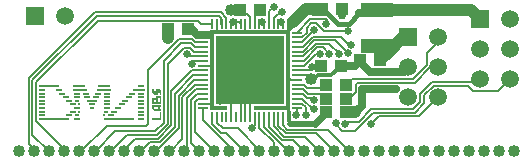
<source format=gbr>
G04 DipTrace 3.0.0.2*
G04 Top.gbr*
%MOIN*%
G04 #@! TF.FileFunction,Copper,L1,Top*
G04 #@! TF.Part,Single*
%AMOUTLINE0*
4,1,15,
-0.083,-0.126,
-0.076,-0.126,
-0.076,-0.13278,
-0.13278,-0.13278,
-0.13278,0.13278,
0.13278,0.13278,
0.13278,-0.13278,
0.012,-0.13278,
0.012,-0.120199,
0.120199,-0.120199,
0.120199,0.120199,
-0.120199,0.120199,
-0.120199,-0.120199,
-0.076,-0.120199,
-0.076,-0.126,
-0.083,-0.126,
0*%
%AMOUTLINE3*
4,1,6,
0.015,-0.012,
0.015,0.012,
0.009,0.012,
0.009,-0.006,
-0.015,-0.006,
-0.015,-0.012,
0.015,-0.012,
0*%
%AMOUTLINE6*
4,1,14,
0.015,-0.009,
0.015,-0.003,
-0.009,-0.003,
-0.009,0.003,
0.003,0.003,
0.003,-0.003,
0.009,-0.003,
0.009,0.003,
0.015,0.003,
0.015,0.009,
-0.015,0.009,
-0.015,-0.003,
-0.009,-0.009,
-0.003,-0.009,
0.015,-0.009,
0*%
%AMOUTLINE9*
4,1,18,
0.015,-0.012,
0.015,0.012,
-0.003,0.012,
-0.003,0.006,
-0.015,0.006,
-0.015,-0.012,
-0.009,-0.012,
-0.009,0.0,
-0.003,0.0,
-0.003,-0.006,
-0.009,-0.006,
-0.009,-0.012,
0.003,-0.012,
0.003,0.006,
0.009,0.006,
0.009,-0.006,
0.003,-0.006,
0.003,-0.012,
0.015,-0.012,
0*%
%AMOUTLINE12*
4,1,14,
0.015,-0.009,
0.015,0.003,
0.009,0.009,
-0.003,0.009,
-0.003,-0.003,
-0.009,0.003,
-0.009,0.009,
-0.015,0.009,
-0.015,-0.003,
-0.009,-0.009,
0.003,-0.009,
0.003,0.003,
0.009,-0.003,
0.009,-0.009,
0.015,-0.009,
0*%
G04 #@! TA.AperFunction,Conductor*
%ADD13C,0.006*%
%ADD14C,0.008*%
%ADD15C,0.007874*%
G04 #@! TA.AperFunction,ViaPad*
%ADD16C,0.025*%
G04 #@! TA.AperFunction,Conductor*
%ADD17C,0.03937*%
G04 #@! TA.AperFunction,ViaPad*
%ADD18C,0.04*%
G04 #@! TA.AperFunction,Conductor*
%ADD19C,0.01*%
%ADD20C,0.015*%
%ADD21C,0.022*%
%ADD22C,0.021*%
%ADD23C,0.012*%
%ADD24C,0.028*%
G04 #@! TA.AperFunction,ComponentPad*
%ADD25C,0.04*%
%ADD28R,0.007874X0.033465*%
%ADD29R,0.033465X0.007874*%
%ADD30R,0.228346X0.228346*%
%ADD31R,0.043307X0.03937*%
%ADD32R,0.106299X0.045276*%
G04 #@! TA.AperFunction,ComponentPad*
%ADD33R,0.059055X0.059055*%
%ADD34C,0.059055*%
%ADD35R,0.102X0.006*%
%ADD36R,0.024X0.006*%
%ADD37R,0.066X0.006*%
%ADD38R,0.048X0.006*%
%ADD39R,0.042X0.006*%
%ADD40R,0.036X0.006*%
%ADD41R,0.018X0.006*%
%ADD42R,0.006X0.006*%
G04 #@! TA.AperFunction,ViaPad*
%ADD45C,0.03*%
%ADD87OUTLINE0*%
%ADD90OUTLINE3*%
%ADD93OUTLINE6*%
%ADD96OUTLINE9*%
%ADD99OUTLINE12*%
%FSLAX26Y26*%
G04*
G70*
G90*
G75*
G01*
G04 Top*
%LPD*%
X1842701Y822672D2*
D13*
Y807672D1*
X1804701Y769672D1*
Y729672D1*
X1758701Y683672D1*
X1554701D1*
X1535701Y664672D1*
X1059189Y728420D2*
D14*
X1088701D1*
Y602436D1*
D15*
X1087701D1*
X1059189D1*
Y838656D2*
D14*
X1088701D1*
Y822908D1*
D15*
X1059189D1*
X1104465Y868184D2*
D14*
Y839672D1*
X1088701Y838656D1*
X1198953Y868184D2*
Y839672D1*
X1104465D1*
X1340685Y868184D2*
Y846150D1*
Y839672D1*
X1198953D1*
X1370213Y681176D2*
X1350138D1*
X1340685D1*
D15*
Y581918D1*
Y557160D1*
X1008630Y849672D2*
D16*
X1020701D1*
X1039701Y830672D1*
X1080701D1*
D14*
Y820672D1*
X1088701Y812672D1*
Y732672D1*
X1084449Y728420D1*
X1059189D1*
Y838656D2*
X1019646D1*
X1008630Y849672D1*
X1059189Y822908D2*
X1035394D1*
X1008630Y849672D1*
X1454701Y916672D2*
D17*
X1401701D1*
D18*
X1357701Y872672D1*
D14*
X1345173D1*
D15*
X1340685Y868184D1*
X1357701Y872672D2*
D14*
Y863166D1*
D19*
X1340685Y846150D1*
X1454701Y916672D2*
D16*
X1434701D1*
D20*
X1423701Y905672D1*
X1470701D1*
X1507701Y868672D1*
X1543701D1*
X1578701Y903672D1*
D16*
X1626591D1*
X1636701Y913782D1*
X1131701Y586672D2*
D14*
X1090701D1*
X1087701Y589672D1*
Y602436D1*
X1636701Y913782D2*
D18*
X1951591D1*
X1982701Y882672D1*
X1340685Y868184D2*
D13*
Y690629D1*
X1350138Y681176D1*
X1467701Y572672D2*
D21*
X1430701Y535672D1*
D22*
X1346701D1*
D15*
Y557160D1*
X1340685D1*
X1346701D2*
D13*
Y575902D1*
X1340685Y581918D1*
X1059189Y759916D2*
D14*
X1005701D1*
Y766672D1*
X1420701Y722672D2*
D15*
Y712672D1*
X1370213D1*
X1449772Y728672D2*
D14*
Y723672D1*
X1420701D1*
Y722672D1*
X1183205Y557160D2*
Y681176D1*
X1214701Y712672D1*
X1198953Y557160D2*
Y696924D1*
X1214701Y712672D1*
Y557160D2*
Y687672D1*
X1216701Y689672D1*
X1151709Y557160D2*
Y649680D1*
X1214701Y712672D1*
X1113701Y611672D2*
X1138701D1*
X1216701Y689672D1*
X1370213Y696924D2*
X1409701D1*
Y681672D1*
X1420701D1*
X1419701Y682672D1*
X1253701Y872672D2*
X1250685D1*
D15*
X1246197Y868184D1*
X1253701Y872672D2*
D14*
X1257457D1*
D15*
X1261945Y868184D1*
X1159701Y872672D2*
D14*
X1156197D1*
D15*
X1151709Y868184D1*
X1159701Y872672D2*
D14*
X1162969D1*
D15*
X1167457Y868184D1*
X1309189D2*
X1313213D1*
D14*
X1317701Y872672D1*
X1320449D1*
D15*
X1324937Y868184D1*
X1059189Y744168D2*
D14*
X1022701D1*
Y735672D1*
X1216701Y773672D2*
Y689672D1*
X1150701Y915672D2*
X1181701D1*
X1214701Y868184D2*
D15*
Y889672D1*
D14*
X1204701Y899672D1*
X1197701D1*
X1181701Y915672D1*
X1159701Y872672D2*
X1178717D1*
D15*
X1183205Y868184D1*
X941701Y849672D2*
D17*
Y820672D1*
X1521630Y916672D2*
D16*
Y897672D1*
X1419701Y682672D2*
D23*
X1426701D1*
X1440701Y696672D1*
X1484701D1*
X1516701Y728672D1*
D16*
X1563701D1*
X1581701Y746672D1*
X1575701D1*
D24*
X1615701Y706672D1*
X1726701D1*
D16*
X1742701Y722672D1*
X1534630Y572672D2*
D17*
X1565701D1*
X1702701Y649672D2*
D16*
X1588701D1*
Y595672D1*
X1565701Y572672D1*
X1230449Y868184D2*
D14*
Y897491D1*
X1248630Y915672D1*
X1370213Y649680D2*
D13*
X1392693D1*
X1406701Y635672D1*
X1450772D1*
X1467772Y618672D1*
X1391441Y633932D2*
X1370213D1*
X1391441D2*
X1405701Y619672D1*
X1420701D1*
X1426701Y613672D1*
X1531701Y533672D2*
Y541672D1*
X1576701D1*
X1618701Y583672D1*
X1758701D1*
X1781701Y606672D1*
Y633672D1*
X1822701Y674672D1*
X1982701D1*
Y682672D1*
X1293441Y868184D2*
Y886412D1*
X1307701Y900672D1*
X1316701D1*
X1322701Y906672D1*
X1370213Y665428D2*
X1393945D1*
X1405701Y653672D1*
X1457772D1*
X1468772Y664672D1*
X1842701Y722672D2*
X1815701D1*
X1764701Y671672D1*
X1572701D1*
X1566701Y665672D1*
Y640672D1*
X1551701Y625672D1*
X1541701D1*
X1534701Y618672D1*
X1370213Y618184D2*
X1389189D1*
X1426701Y580672D1*
Y582672D1*
X1500701Y537672D2*
Y533672D1*
X1522701Y511672D1*
X1563701D1*
X1623701Y571672D1*
X1764701D1*
X1795701Y602672D1*
Y630672D1*
X1826701Y661672D1*
X1940701D1*
X1959701Y642672D1*
X2042701D1*
X2082701Y682672D1*
X1277693Y868184D2*
Y887664D1*
X1279701Y889672D1*
Y909672D1*
X1293701Y923672D1*
X1230449Y557160D2*
Y531420D1*
X1220701Y521672D1*
X1616701Y532672D2*
X1643701Y559672D1*
X1779701D1*
X1842701Y622672D1*
X1648630Y746672D2*
D17*
Y783743D1*
D18*
X1636701Y795672D1*
X1742701Y822672D2*
X1724630D1*
X1676692Y774734D1*
D17*
X1648630Y746672D1*
X1088717Y557160D2*
D13*
Y534656D1*
X1118701Y504672D1*
X1133171D1*
X1193701Y444142D1*
X1104465Y557160D2*
Y538908D1*
X1123701Y519672D1*
X1173701D1*
X1249201Y444172D1*
X1243701D1*
X1246197Y557160D2*
Y522176D1*
X1293701Y474672D1*
Y444201D1*
X1261945Y557160D2*
Y523428D1*
X1332701Y452672D1*
X1346701D1*
X1356701Y442672D1*
X1342142D1*
X1343701Y444231D1*
X1277693Y557160D2*
Y524680D1*
X1322701Y479672D1*
X1359701D1*
X1393701Y445672D1*
Y444260D1*
X1293441Y557160D2*
Y526932D1*
X1328701Y491672D1*
X1397701D1*
X1443701Y445672D1*
Y444289D1*
X1309189Y557160D2*
Y528184D1*
X1333701Y503672D1*
X1434348D1*
X1493701Y444319D1*
X1324937Y557160D2*
Y529436D1*
X1338701Y515672D1*
X1474701D1*
X1546025Y444348D1*
X1543701D1*
X1370213Y586688D2*
Y565184D1*
X1369701Y564672D1*
X1370213Y602436D2*
X1387937D1*
X1400701Y589672D1*
Y564672D1*
X1370213Y728420D2*
X1395449D1*
X1435701Y768672D1*
X1447701D1*
X1448701Y767672D1*
X1370213Y744168D2*
X1394197D1*
X1439701Y789672D1*
X1458701D1*
X1479701Y768672D1*
X1370213Y759916D2*
X1392945D1*
X1434701Y801672D1*
X1478701D1*
X1510701Y769672D1*
Y768672D1*
X1370213Y775664D2*
X1391693D1*
X1429701Y813672D1*
X1496701D1*
X1546701Y763672D1*
Y774672D1*
X1541701Y769672D1*
X1370213Y791412D2*
X1390441D1*
X1424701Y825672D1*
X1518701D1*
X1548701Y795672D1*
X1549701D1*
X1552701Y798672D1*
X1370213Y807160D2*
X1389189D1*
X1429701Y847672D1*
X1427701D1*
X1370213Y822908D2*
X1387937D1*
X1403701Y838672D1*
Y854672D1*
X1419701Y870672D1*
X1435701D1*
X1462701Y843672D1*
X1541701D1*
Y842672D1*
X1370213Y838656D2*
X1414229Y882672D1*
X1466701D1*
X1475701Y873672D1*
Y868672D1*
X1468701D1*
X1059189Y586688D2*
Y547184D1*
X1147701Y458672D1*
Y440113D1*
X1143701Y444113D1*
X1059189Y618184D2*
X1041213D1*
X1030701Y607672D1*
Y507084D1*
X1093701Y444084D1*
X1059189Y633932D2*
X1037961D1*
X1017701Y613672D1*
Y470054D1*
X1043701Y444054D1*
X1059189Y649680D2*
X1033709D1*
X1003701Y619672D1*
Y454025D1*
X993701Y444025D1*
X1059189Y665428D2*
X1030457D1*
X989701Y624672D1*
Y483672D1*
X950024Y443995D1*
X943701D1*
X1059189Y681176D2*
X1029205D1*
X976701Y628672D1*
Y519672D1*
X900995Y443966D1*
X893701D1*
X1059189Y696924D2*
X1025953D1*
X964701Y635672D1*
Y524672D1*
X913701Y473672D1*
X880701D1*
X850965Y443936D1*
X843701D1*
X1059189Y712672D2*
X1021701D1*
X952701Y643672D1*
Y529672D1*
X908701Y485672D1*
X832701D1*
X795701Y448672D1*
Y441907D1*
X793701Y443907D1*
X1059189Y775664D2*
X1028709D1*
X1015701Y788672D1*
X995701D1*
X940701Y733672D1*
Y534672D1*
X903701Y497672D1*
X803701D1*
X746803Y440776D1*
X743701Y443878D1*
X1059189Y791412D2*
X1030961D1*
X1019701Y802672D1*
X984701D1*
X927701Y745672D1*
Y538672D1*
X898701Y509672D1*
X765701D1*
X699877Y443848D1*
X693701D1*
X1059189Y807160D2*
X1032213D1*
X1022701Y816672D1*
X979701D1*
X875701Y712672D1*
Y535672D1*
X868701Y528672D1*
X736701D1*
X651848Y443819D1*
X643701D1*
X1088717Y868184D2*
X1052189D1*
X1041701Y878672D1*
X706701D1*
X501701Y673672D1*
Y542672D1*
X593701Y450672D1*
Y443789D1*
X543701Y443760D2*
X489701Y497760D1*
Y679672D1*
X704701Y894672D1*
X1112701D1*
X1119701Y887672D1*
Y868696D1*
X1120213Y868184D1*
X1135961D2*
Y888412D1*
X1116701Y907672D1*
X698701D1*
X477701Y686672D1*
Y466672D1*
X500642Y443731D1*
X493701D1*
D16*
X1005701Y766672D3*
X1420701Y722672D3*
D3*
D18*
X1419701Y682672D3*
D16*
X1022701Y735672D3*
D18*
X941701Y820672D3*
D45*
X1521630Y897672D3*
D18*
X1565701Y572672D3*
X1419701Y682672D3*
X941701Y820672D3*
D45*
X1521630Y897672D3*
D16*
X1426701Y613672D3*
X1531701Y533672D3*
X1322701Y906672D3*
X1426701Y582672D3*
X1500701Y537672D3*
X1293701Y923672D3*
X1220701Y521672D3*
X1616701Y532672D3*
X1317701Y872672D3*
X1448701Y767672D3*
X1479701Y768672D3*
X1510701D3*
X1541701Y769672D3*
X1552701Y798672D3*
X1427701Y847672D3*
X1541701Y842672D3*
X1468701Y868672D3*
X1115701Y812672D3*
X1113701Y611672D3*
X1313701Y613672D3*
Y811672D3*
X1216701Y689672D3*
Y773672D3*
X1159701Y872672D3*
X1253701D3*
D18*
X1150701Y915672D3*
D16*
X1369701Y564672D3*
X1400701D3*
D25*
X2093701Y444672D3*
X2043701Y444642D3*
X1993701Y444613D3*
X1943701Y444584D3*
X1893701Y444554D3*
X1843701Y444525D3*
X1793701Y444495D3*
X1743701Y444466D3*
X1693701Y444436D3*
X1643701Y444407D3*
X1593701Y444378D3*
X1543701Y444348D3*
X1493701Y444319D3*
X1443701Y444289D3*
X1393701Y444260D3*
X1343701Y444231D3*
X1293701Y444201D3*
X1243701Y444172D3*
X1193701Y444142D3*
X1143701Y444113D3*
X1093701Y444084D3*
X1043701Y444054D3*
X993701Y444025D3*
X943701Y443995D3*
X893701Y443966D3*
X843701Y443936D3*
X793701Y443907D3*
X743701Y443878D3*
X693701Y443848D3*
X643701Y443819D3*
X593701Y443789D3*
X543701Y443760D3*
X493701Y443731D3*
X443701Y443701D3*
D28*
X1088717Y557160D3*
X1104465D3*
X1120213D3*
X1135961D3*
X1151709D3*
X1167457D3*
X1183205D3*
X1198953D3*
X1214701D3*
X1230449D3*
X1246197D3*
X1261945D3*
X1277693D3*
X1293441D3*
X1309189D3*
X1324937D3*
X1340685D3*
D29*
X1370213Y586688D3*
Y602436D3*
Y618184D3*
Y633932D3*
Y649680D3*
Y665428D3*
Y681176D3*
Y696924D3*
Y712672D3*
Y728420D3*
Y744168D3*
Y759916D3*
Y775664D3*
Y791412D3*
Y807160D3*
Y822908D3*
Y838656D3*
D28*
X1340685Y868184D3*
X1324937D3*
X1309189D3*
X1293441D3*
X1277693D3*
X1261945D3*
X1246197D3*
X1230449D3*
X1214701D3*
X1198953D3*
X1183205D3*
X1167457D3*
X1151709D3*
X1135961D3*
X1120213D3*
X1104465D3*
X1088717D3*
D29*
X1059189Y838656D3*
Y822908D3*
Y807160D3*
Y791412D3*
Y775664D3*
Y759916D3*
Y744168D3*
Y728420D3*
Y712672D3*
Y696924D3*
Y681176D3*
Y665428D3*
Y649680D3*
Y633932D3*
Y618184D3*
Y602436D3*
Y586688D3*
D30*
X1214701Y712672D3*
D87*
D3*
D31*
X1181701Y915672D3*
X1248630D3*
X1516701Y728672D3*
X1449772D3*
X1534701Y618672D3*
X1467772D3*
X1535701Y664672D3*
X1468772D3*
X941701Y849672D3*
X1008630D3*
X1454701Y916672D3*
X1521630D3*
X1581701Y746672D3*
X1648630D3*
D32*
X1636701Y795672D3*
Y913782D3*
D33*
X1982701Y882672D3*
D34*
X2082701D3*
X1982701Y782672D3*
X2082701D3*
X1982701Y682672D3*
X2082701D3*
D33*
X1742701Y822672D3*
D34*
X1842701D3*
X1742701Y722672D3*
X1842701D3*
X1742701Y622672D3*
X1842701D3*
D33*
X498701Y893701D3*
D34*
X598701D3*
D31*
X1467701Y572672D3*
X1534630D3*
D35*
X561701Y551672D3*
D36*
X522701Y563672D3*
Y599672D3*
Y611672D3*
Y575672D3*
Y587672D3*
Y623672D3*
Y635672D3*
X588701D3*
X600701Y623672D3*
X522701Y647672D3*
D37*
X543701Y659672D3*
D36*
X612701Y611672D3*
X624701Y599672D3*
X636701Y587672D3*
X624701Y575672D3*
X612701Y563672D3*
X636701Y551672D3*
Y623672D3*
Y635672D3*
D38*
X648701Y647672D3*
D39*
X645701Y659672D3*
D36*
X666701Y635672D3*
X672701Y623672D3*
D40*
X687701Y611672D3*
D36*
X738701Y623672D3*
Y635672D3*
D39*
X729701Y659672D3*
D38*
X726701Y647672D3*
D36*
X687701Y599672D3*
X702701Y623672D3*
X708701Y635672D3*
D41*
X687701Y587672D3*
D36*
X762701Y575672D3*
X774701Y587672D3*
X786701Y599672D3*
X798701Y611672D3*
D35*
X777701Y551672D3*
D36*
X750701Y563672D3*
X852701Y551672D3*
Y563672D3*
Y599672D3*
Y611672D3*
Y575672D3*
Y587672D3*
Y623672D3*
Y635672D3*
X738701Y611672D3*
X852701Y659672D3*
X822701Y635672D3*
X810701Y623672D3*
D39*
X843701Y647672D3*
D36*
X738701Y599672D3*
Y587672D3*
D41*
X735701Y575672D3*
D42*
X729701Y563672D3*
D36*
X576701Y647672D3*
D42*
X645701Y575672D3*
D41*
X639701Y563672D3*
Y611672D3*
D42*
X645701Y599672D3*
D90*
X903701Y560672D3*
D93*
Y587672D3*
D96*
Y614672D3*
D99*
Y641672D3*
M02*

</source>
